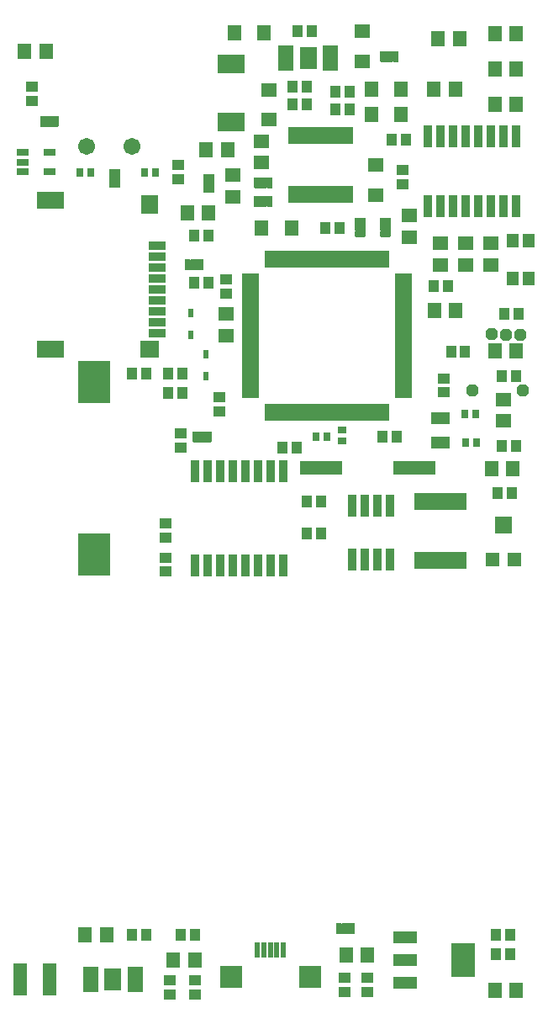
<source format=gbr>
%TF.GenerationSoftware,Altium Limited,Altium Designer,19.0.12 (326)*%
G04 Layer_Color=16711935*
%FSLAX26Y26*%
%MOIN*%
%TF.FileFunction,Soldermask,Bot*%
%TF.Part,Single*%
G01*
G75*
%TA.AperFunction,SMDPad,CuDef*%
%ADD86R,0.019811X0.067055*%
%ADD87R,0.067055X0.019811*%
%ADD88R,0.025716X0.067055*%
%ADD89R,0.039000X0.046000*%
%ADD90R,0.059181X0.055244*%
%ADD91R,0.061150X0.019811*%
%ADD92R,0.070992X0.086740*%
%ADD93R,0.053000X0.062000*%
%ADD94R,0.046000X0.039000*%
%ADD95R,0.027685X0.027685*%
%ADD96R,0.047370X0.031622*%
%ADD97R,0.028000X0.033000*%
%ADD98R,0.027685X0.027685*%
%ADD99R,0.055244X0.059181*%
%ADD100R,0.106425X0.074929*%
%ADD101R,0.106425X0.067055*%
%ADD102R,0.067055X0.074929*%
%ADD103R,0.074929X0.067055*%
%ADD104R,0.070992X0.035559*%
%ADD105R,0.062000X0.053000*%
%ADD106R,0.035559X0.086740*%
%ADD107R,0.023748X0.035559*%
%ADD108R,0.047370X0.055244*%
%ADD109R,0.033000X0.028000*%
%ADD110R,0.165480X0.055244*%
%ADD111R,0.074929X0.047370*%
%ADD112R,0.055244X0.055244*%
%ADD113R,0.070992X0.070992*%
%TA.AperFunction,ConnectorPad*%
%ADD114R,0.023748X0.063118*%
%TA.AperFunction,SMDPad,CuDef*%
%ADD115R,0.086740X0.086740*%
%ADD116R,0.055244X0.126110*%
%ADD117R,0.126110X0.165480*%
%ADD118R,0.092646X0.047370*%
%ADD119R,0.092646X0.137921*%
%TA.AperFunction,ViaPad*%
G04:AMPARAMS|DCode=120|XSize=47.37mil|YSize=47.37mil|CornerRadius=0mil|HoleSize=0mil|Usage=FLASHONLY|Rotation=0.000|XOffset=0mil|YOffset=0mil|HoleType=Round|Shape=Octagon|*
%AMOCTAGOND120*
4,1,8,0.023685,-0.011842,0.023685,0.011842,0.011843,0.023685,-0.011843,0.023685,-0.023685,0.011842,-0.023685,-0.011842,-0.011843,-0.023685,0.011843,-0.023685,0.023685,-0.011842,0.0*
%
%ADD120OCTAGOND120*%

%TA.AperFunction,ComponentPad*%
%ADD121C,0.067055*%
G36*
X1580641Y3802596D02*
X1581156Y3802494D01*
X1581652Y3802326D01*
X1582122Y3802094D01*
X1582558Y3801802D01*
X1582953Y3801457D01*
X1583298Y3801062D01*
X1583590Y3800626D01*
X1583822Y3800156D01*
X1583990Y3799660D01*
X1584092Y3799145D01*
X1584127Y3798622D01*
Y3763189D01*
X1584092Y3762666D01*
X1583990Y3762151D01*
X1583822Y3761655D01*
X1583590Y3761185D01*
X1583298Y3760749D01*
X1582953Y3760354D01*
X1582558Y3760009D01*
X1582122Y3759718D01*
X1581652Y3759485D01*
X1581156Y3759317D01*
X1580641Y3759215D01*
X1580118Y3759180D01*
X1564370D01*
X1563847Y3759215D01*
X1563333Y3759317D01*
X1562836Y3759485D01*
X1562366Y3759718D01*
X1561930Y3760009D01*
X1561536Y3760354D01*
X1561190Y3760749D01*
X1560899Y3761185D01*
X1560667Y3761655D01*
X1560498Y3762151D01*
X1560433Y3762478D01*
X1560368Y3762151D01*
X1560200Y3761655D01*
X1559968Y3761185D01*
X1559676Y3760749D01*
X1559331Y3760354D01*
X1558936Y3760009D01*
X1558500Y3759718D01*
X1558030Y3759485D01*
X1557534Y3759317D01*
X1557019Y3759215D01*
X1556496Y3759180D01*
X1513189D01*
X1512666Y3759215D01*
X1512151Y3759317D01*
X1511655Y3759485D01*
X1511185Y3759718D01*
X1510749Y3760009D01*
X1510354Y3760354D01*
X1510009Y3760749D01*
X1509717Y3761185D01*
X1509486Y3761655D01*
X1509317Y3762151D01*
X1509215Y3762666D01*
X1509180Y3763189D01*
Y3798622D01*
X1509215Y3799145D01*
X1509317Y3799660D01*
X1509486Y3800156D01*
X1509717Y3800626D01*
X1510009Y3801062D01*
X1510354Y3801457D01*
X1510749Y3801802D01*
X1511185Y3802094D01*
X1511655Y3802326D01*
X1512151Y3802494D01*
X1512666Y3802596D01*
X1513189Y3802631D01*
X1528937D01*
X1529460Y3802596D01*
X1529975Y3802494D01*
X1530471Y3802326D01*
X1530941Y3802094D01*
X1531377Y3801802D01*
X1531772Y3801457D01*
X1532117Y3801062D01*
X1532409Y3800626D01*
X1532640Y3800156D01*
X1532809Y3799660D01*
X1532874Y3799333D01*
X1532939Y3799660D01*
X1533108Y3800156D01*
X1533340Y3800626D01*
X1533631Y3801062D01*
X1533976Y3801457D01*
X1534371Y3801802D01*
X1534807Y3802094D01*
X1535277Y3802326D01*
X1535774Y3802494D01*
X1536288Y3802596D01*
X1536811Y3802631D01*
X1580118D01*
X1580641Y3802596D01*
D02*
G37*
G36*
X232334Y3545785D02*
X232849Y3545683D01*
X233345Y3545515D01*
X233815Y3545282D01*
X234251Y3544991D01*
X234645Y3544646D01*
X234991Y3544251D01*
X235282Y3543815D01*
X235514Y3543345D01*
X235683Y3542849D01*
X235785Y3542334D01*
X235820Y3541811D01*
Y3506378D01*
X235785Y3505855D01*
X235683Y3505340D01*
X235514Y3504844D01*
X235282Y3504374D01*
X234991Y3503938D01*
X234645Y3503543D01*
X234251Y3503198D01*
X233815Y3502906D01*
X233345Y3502674D01*
X232849Y3502506D01*
X232334Y3502404D01*
X231811Y3502369D01*
X216063D01*
X215540Y3502404D01*
X215025Y3502506D01*
X214529Y3502674D01*
X214059Y3502906D01*
X213623Y3503198D01*
X213228Y3503543D01*
X212883Y3503938D01*
X212591Y3504374D01*
X212359Y3504844D01*
X212191Y3505340D01*
X212126Y3505667D01*
X212061Y3505340D01*
X211893Y3504844D01*
X211661Y3504374D01*
X211369Y3503938D01*
X211024Y3503543D01*
X210629Y3503198D01*
X210193Y3502906D01*
X209723Y3502674D01*
X209226Y3502506D01*
X208712Y3502404D01*
X208189Y3502369D01*
X164882D01*
X164359Y3502404D01*
X163844Y3502506D01*
X163348Y3502674D01*
X162878Y3502906D01*
X162442Y3503198D01*
X162047Y3503543D01*
X161702Y3503938D01*
X161410Y3504374D01*
X161178Y3504844D01*
X161010Y3505340D01*
X160908Y3505855D01*
X160873Y3506378D01*
Y3541811D01*
X160908Y3542334D01*
X161010Y3542849D01*
X161178Y3543345D01*
X161410Y3543815D01*
X161702Y3544251D01*
X162047Y3544646D01*
X162442Y3544991D01*
X162878Y3545282D01*
X163348Y3545515D01*
X163844Y3545683D01*
X164359Y3545785D01*
X164882Y3545820D01*
X180630D01*
X181153Y3545785D01*
X181667Y3545683D01*
X182164Y3545515D01*
X182634Y3545282D01*
X183070Y3544991D01*
X183464Y3544646D01*
X183810Y3544251D01*
X184101Y3543815D01*
X184333Y3543345D01*
X184502Y3542849D01*
X184567Y3542522D01*
X184632Y3542849D01*
X184800Y3543345D01*
X185032Y3543815D01*
X185324Y3544251D01*
X185669Y3544646D01*
X186064Y3544991D01*
X186500Y3545282D01*
X186970Y3545515D01*
X187466Y3545683D01*
X187981Y3545785D01*
X188504Y3545820D01*
X231811D01*
X232334Y3545785D01*
D02*
G37*
G36*
X1080641Y3302596D02*
X1081156Y3302494D01*
X1081652Y3302326D01*
X1082122Y3302094D01*
X1082558Y3301802D01*
X1082953Y3301457D01*
X1083298Y3301062D01*
X1083590Y3300626D01*
X1083822Y3300156D01*
X1083990Y3299660D01*
X1084092Y3299145D01*
X1084127Y3298622D01*
Y3263189D01*
X1084092Y3262666D01*
X1083990Y3262151D01*
X1083822Y3261655D01*
X1083590Y3261185D01*
X1083298Y3260749D01*
X1082953Y3260354D01*
X1082558Y3260009D01*
X1082122Y3259718D01*
X1081652Y3259485D01*
X1081156Y3259317D01*
X1080641Y3259215D01*
X1080118Y3259180D01*
X1064370D01*
X1063847Y3259215D01*
X1063333Y3259317D01*
X1062836Y3259485D01*
X1062366Y3259718D01*
X1061930Y3260009D01*
X1061536Y3260354D01*
X1061190Y3260749D01*
X1060899Y3261185D01*
X1060667Y3261655D01*
X1060498Y3262151D01*
X1060433Y3262478D01*
X1060368Y3262151D01*
X1060200Y3261655D01*
X1059968Y3261185D01*
X1059676Y3260749D01*
X1059331Y3260354D01*
X1058936Y3260009D01*
X1058500Y3259718D01*
X1058030Y3259485D01*
X1057534Y3259317D01*
X1057019Y3259215D01*
X1056496Y3259180D01*
X1013189D01*
X1012666Y3259215D01*
X1012152Y3259317D01*
X1011655Y3259485D01*
X1011185Y3259718D01*
X1010749Y3260009D01*
X1010355Y3260354D01*
X1010009Y3260749D01*
X1009717Y3261185D01*
X1009486Y3261655D01*
X1009317Y3262151D01*
X1009215Y3262666D01*
X1009180Y3263189D01*
Y3298622D01*
X1009215Y3299145D01*
X1009317Y3299660D01*
X1009486Y3300156D01*
X1009717Y3300626D01*
X1010009Y3301062D01*
X1010355Y3301457D01*
X1010749Y3301802D01*
X1011185Y3302094D01*
X1011655Y3302326D01*
X1012152Y3302494D01*
X1012666Y3302596D01*
X1013189Y3302631D01*
X1028937D01*
X1029460Y3302596D01*
X1029975Y3302494D01*
X1030471Y3302326D01*
X1030941Y3302094D01*
X1031377Y3301802D01*
X1031772Y3301457D01*
X1032117Y3301062D01*
X1032409Y3300626D01*
X1032640Y3300156D01*
X1032809Y3299660D01*
X1032874Y3299333D01*
X1032939Y3299660D01*
X1033108Y3300156D01*
X1033340Y3300626D01*
X1033631Y3301062D01*
X1033976Y3301457D01*
X1034371Y3301802D01*
X1034807Y3302094D01*
X1035277Y3302326D01*
X1035774Y3302494D01*
X1036288Y3302596D01*
X1036811Y3302631D01*
X1080118D01*
X1080641Y3302596D01*
D02*
G37*
G36*
X476195Y3335784D02*
X476710Y3335682D01*
X477206Y3335514D01*
X477677Y3335282D01*
X478113Y3334990D01*
X478507Y3334645D01*
X478853Y3334250D01*
X479144Y3333814D01*
X479376Y3333344D01*
X479544Y3332848D01*
X479647Y3332333D01*
X479681Y3331810D01*
Y3316062D01*
X479647Y3315539D01*
X479544Y3315025D01*
X479376Y3314528D01*
X479144Y3314058D01*
X478853Y3313622D01*
X478507Y3313228D01*
X478113Y3312882D01*
X477677Y3312591D01*
X477206Y3312359D01*
X476710Y3312190D01*
X476383Y3312125D01*
X476710Y3312060D01*
X477206Y3311892D01*
X477677Y3311660D01*
X478113Y3311368D01*
X478507Y3311023D01*
X478853Y3310628D01*
X479144Y3310192D01*
X479376Y3309722D01*
X479544Y3309226D01*
X479647Y3308711D01*
X479681Y3308188D01*
Y3264881D01*
X479647Y3264358D01*
X479544Y3263843D01*
X479376Y3263347D01*
X479144Y3262877D01*
X478853Y3262441D01*
X478507Y3262046D01*
X478113Y3261701D01*
X477677Y3261410D01*
X477206Y3261177D01*
X476710Y3261009D01*
X476195Y3260907D01*
X475672Y3260872D01*
X440239D01*
X439716Y3260907D01*
X439202Y3261009D01*
X438705Y3261177D01*
X438235Y3261410D01*
X437799Y3261701D01*
X437405Y3262046D01*
X437059Y3262441D01*
X436768Y3262877D01*
X436536Y3263347D01*
X436367Y3263843D01*
X436265Y3264358D01*
X436231Y3264881D01*
Y3280629D01*
X436265Y3281152D01*
X436367Y3281666D01*
X436536Y3282163D01*
X436768Y3282633D01*
X437059Y3283069D01*
X437405Y3283463D01*
X437799Y3283809D01*
X438235Y3284101D01*
X438705Y3284332D01*
X439202Y3284501D01*
X439529Y3284566D01*
X439202Y3284631D01*
X438705Y3284800D01*
X438235Y3285032D01*
X437799Y3285323D01*
X437405Y3285669D01*
X437059Y3286063D01*
X436768Y3286499D01*
X436536Y3286969D01*
X436367Y3287465D01*
X436265Y3287980D01*
X436231Y3288503D01*
Y3331810D01*
X436265Y3332333D01*
X436367Y3332848D01*
X436536Y3333344D01*
X436768Y3333814D01*
X437059Y3334250D01*
X437405Y3334645D01*
X437799Y3334990D01*
X438235Y3335282D01*
X438705Y3335514D01*
X439202Y3335682D01*
X439716Y3335784D01*
X440239Y3335819D01*
X475672D01*
X476195Y3335784D01*
D02*
G37*
G36*
X849145Y3315785D02*
X849659Y3315683D01*
X850156Y3315515D01*
X850626Y3315282D01*
X851062Y3314991D01*
X851457Y3314646D01*
X851802Y3314251D01*
X852093Y3313815D01*
X852326Y3313345D01*
X852494Y3312849D01*
X852596Y3312334D01*
X852631Y3311811D01*
Y3296063D01*
X852596Y3295540D01*
X852494Y3295026D01*
X852326Y3294529D01*
X852093Y3294059D01*
X851802Y3293623D01*
X851457Y3293229D01*
X851062Y3292883D01*
X850626Y3292591D01*
X850156Y3292360D01*
X849659Y3292191D01*
X849333Y3292126D01*
X849659Y3292061D01*
X850156Y3291892D01*
X850626Y3291660D01*
X851062Y3291369D01*
X851457Y3291023D01*
X851802Y3290629D01*
X852093Y3290193D01*
X852326Y3289723D01*
X852494Y3289227D01*
X852596Y3288712D01*
X852631Y3288189D01*
Y3244882D01*
X852596Y3244359D01*
X852494Y3243844D01*
X852326Y3243348D01*
X852093Y3242878D01*
X851802Y3242442D01*
X851457Y3242047D01*
X851062Y3241702D01*
X850626Y3241410D01*
X850156Y3241178D01*
X849659Y3241010D01*
X849145Y3240908D01*
X848622Y3240873D01*
X813189D01*
X812666Y3240908D01*
X812151Y3241010D01*
X811655Y3241178D01*
X811185Y3241410D01*
X810749Y3241702D01*
X810354Y3242047D01*
X810009Y3242442D01*
X809717Y3242878D01*
X809485Y3243348D01*
X809317Y3243844D01*
X809215Y3244359D01*
X809180Y3244882D01*
Y3260630D01*
X809215Y3261153D01*
X809317Y3261667D01*
X809485Y3262164D01*
X809717Y3262634D01*
X810009Y3263070D01*
X810354Y3263464D01*
X810749Y3263810D01*
X811185Y3264101D01*
X811655Y3264333D01*
X812151Y3264502D01*
X812478Y3264567D01*
X812151Y3264632D01*
X811655Y3264800D01*
X811185Y3265032D01*
X810749Y3265324D01*
X810354Y3265669D01*
X810009Y3266064D01*
X809717Y3266500D01*
X809485Y3266970D01*
X809317Y3267466D01*
X809215Y3267981D01*
X809180Y3268504D01*
Y3311811D01*
X809215Y3312334D01*
X809317Y3312849D01*
X809485Y3313345D01*
X809717Y3313815D01*
X810009Y3314251D01*
X810354Y3314646D01*
X810749Y3314991D01*
X811185Y3315282D01*
X811655Y3315515D01*
X812151Y3315683D01*
X812666Y3315785D01*
X813189Y3315820D01*
X848622D01*
X849145Y3315785D01*
D02*
G37*
G36*
X1080642Y3227595D02*
X1081157Y3227493D01*
X1081653Y3227325D01*
X1082123Y3227093D01*
X1082559Y3226801D01*
X1082954Y3226456D01*
X1083299Y3226061D01*
X1083591Y3225625D01*
X1083822Y3225155D01*
X1083991Y3224659D01*
X1084093Y3224144D01*
X1084128Y3223621D01*
Y3188188D01*
X1084093Y3187665D01*
X1083991Y3187150D01*
X1083822Y3186654D01*
X1083591Y3186184D01*
X1083299Y3185748D01*
X1082954Y3185353D01*
X1082559Y3185008D01*
X1082123Y3184716D01*
X1081653Y3184484D01*
X1081157Y3184316D01*
X1080642Y3184214D01*
X1080119Y3184179D01*
X1064371D01*
X1063848Y3184214D01*
X1063333Y3184316D01*
X1062837Y3184484D01*
X1062367Y3184716D01*
X1061931Y3185008D01*
X1061536Y3185353D01*
X1061191Y3185748D01*
X1060899Y3186184D01*
X1060668Y3186654D01*
X1060499Y3187150D01*
X1060434Y3187477D01*
X1060369Y3187150D01*
X1060200Y3186654D01*
X1059968Y3186184D01*
X1059677Y3185748D01*
X1059332Y3185353D01*
X1058937Y3185008D01*
X1058501Y3184716D01*
X1058031Y3184484D01*
X1057534Y3184316D01*
X1057020Y3184214D01*
X1056497Y3184179D01*
X1013190D01*
X1012667Y3184214D01*
X1012152Y3184316D01*
X1011656Y3184484D01*
X1011186Y3184716D01*
X1010750Y3185008D01*
X1010355Y3185353D01*
X1010010Y3185748D01*
X1009718Y3186184D01*
X1009486Y3186654D01*
X1009318Y3187150D01*
X1009216Y3187665D01*
X1009181Y3188188D01*
Y3223621D01*
X1009216Y3224144D01*
X1009318Y3224659D01*
X1009486Y3225155D01*
X1009718Y3225625D01*
X1010010Y3226061D01*
X1010355Y3226456D01*
X1010750Y3226801D01*
X1011186Y3227093D01*
X1011656Y3227325D01*
X1012152Y3227493D01*
X1012667Y3227595D01*
X1013190Y3227630D01*
X1028938D01*
X1029461Y3227595D01*
X1029975Y3227493D01*
X1030472Y3227325D01*
X1030942Y3227093D01*
X1031378Y3226801D01*
X1031772Y3226456D01*
X1032118Y3226061D01*
X1032409Y3225625D01*
X1032641Y3225155D01*
X1032810Y3224659D01*
X1032875Y3224332D01*
X1032940Y3224659D01*
X1033108Y3225155D01*
X1033340Y3225625D01*
X1033632Y3226061D01*
X1033977Y3226456D01*
X1034372Y3226801D01*
X1034808Y3227093D01*
X1035278Y3227325D01*
X1035774Y3227493D01*
X1036289Y3227595D01*
X1036812Y3227630D01*
X1080119D01*
X1080642Y3227595D01*
D02*
G37*
G36*
X1549144Y3140784D02*
X1549659Y3140682D01*
X1550155Y3140514D01*
X1550625Y3140282D01*
X1551061Y3139990D01*
X1551456Y3139645D01*
X1551801Y3139250D01*
X1552092Y3138814D01*
X1552324Y3138344D01*
X1552493Y3137848D01*
X1552595Y3137333D01*
X1552630Y3136810D01*
Y3121062D01*
X1552595Y3120539D01*
X1552493Y3120025D01*
X1552324Y3119528D01*
X1552092Y3119058D01*
X1551801Y3118622D01*
X1551456Y3118228D01*
X1551061Y3117882D01*
X1550625Y3117591D01*
X1550155Y3117359D01*
X1549659Y3117190D01*
X1549332Y3117125D01*
X1549659Y3117060D01*
X1550155Y3116892D01*
X1550625Y3116660D01*
X1551061Y3116368D01*
X1551456Y3116023D01*
X1551801Y3115628D01*
X1552092Y3115192D01*
X1552324Y3114722D01*
X1552493Y3114226D01*
X1552595Y3113711D01*
X1552630Y3113188D01*
Y3069881D01*
X1552595Y3069358D01*
X1552493Y3068843D01*
X1552324Y3068347D01*
X1552092Y3067877D01*
X1551801Y3067441D01*
X1551456Y3067046D01*
X1551061Y3066701D01*
X1550625Y3066410D01*
X1550155Y3066177D01*
X1549659Y3066009D01*
X1549144Y3065907D01*
X1548621Y3065872D01*
X1513188D01*
X1512665Y3065907D01*
X1512150Y3066009D01*
X1511654Y3066177D01*
X1511184Y3066410D01*
X1510748Y3066701D01*
X1510353Y3067046D01*
X1510008Y3067441D01*
X1509716Y3067877D01*
X1509484Y3068347D01*
X1509316Y3068843D01*
X1509214Y3069358D01*
X1509179Y3069881D01*
Y3085629D01*
X1509214Y3086152D01*
X1509316Y3086666D01*
X1509484Y3087163D01*
X1509716Y3087633D01*
X1510008Y3088069D01*
X1510353Y3088463D01*
X1510748Y3088809D01*
X1511184Y3089101D01*
X1511654Y3089332D01*
X1512150Y3089501D01*
X1512477Y3089566D01*
X1512150Y3089631D01*
X1511654Y3089800D01*
X1511184Y3090032D01*
X1510748Y3090323D01*
X1510353Y3090669D01*
X1510008Y3091063D01*
X1509716Y3091499D01*
X1509484Y3091969D01*
X1509316Y3092465D01*
X1509214Y3092980D01*
X1509179Y3093503D01*
Y3136810D01*
X1509214Y3137333D01*
X1509316Y3137848D01*
X1509484Y3138344D01*
X1509716Y3138814D01*
X1510008Y3139250D01*
X1510353Y3139645D01*
X1510748Y3139990D01*
X1511184Y3140282D01*
X1511654Y3140514D01*
X1512150Y3140682D01*
X1512665Y3140784D01*
X1513188Y3140819D01*
X1548621D01*
X1549144Y3140784D01*
D02*
G37*
G36*
X1449144D02*
X1449659Y3140682D01*
X1450155Y3140514D01*
X1450625Y3140282D01*
X1451061Y3139990D01*
X1451456Y3139645D01*
X1451801Y3139250D01*
X1452092Y3138814D01*
X1452324Y3138344D01*
X1452493Y3137848D01*
X1452595Y3137333D01*
X1452630Y3136810D01*
Y3121062D01*
X1452595Y3120539D01*
X1452493Y3120025D01*
X1452324Y3119528D01*
X1452092Y3119058D01*
X1451801Y3118622D01*
X1451456Y3118228D01*
X1451061Y3117882D01*
X1450625Y3117591D01*
X1450155Y3117359D01*
X1449659Y3117190D01*
X1449332Y3117125D01*
X1449659Y3117060D01*
X1450155Y3116892D01*
X1450625Y3116660D01*
X1451061Y3116368D01*
X1451456Y3116023D01*
X1451801Y3115628D01*
X1452092Y3115192D01*
X1452324Y3114722D01*
X1452493Y3114226D01*
X1452595Y3113711D01*
X1452630Y3113188D01*
Y3069881D01*
X1452595Y3069358D01*
X1452493Y3068843D01*
X1452324Y3068347D01*
X1452092Y3067877D01*
X1451801Y3067441D01*
X1451456Y3067046D01*
X1451061Y3066701D01*
X1450625Y3066410D01*
X1450155Y3066177D01*
X1449659Y3066009D01*
X1449144Y3065907D01*
X1448621Y3065872D01*
X1413188D01*
X1412665Y3065907D01*
X1412150Y3066009D01*
X1411654Y3066177D01*
X1411184Y3066410D01*
X1410748Y3066701D01*
X1410353Y3067046D01*
X1410008Y3067441D01*
X1409716Y3067877D01*
X1409484Y3068347D01*
X1409316Y3068843D01*
X1409214Y3069358D01*
X1409179Y3069881D01*
Y3085629D01*
X1409214Y3086152D01*
X1409316Y3086666D01*
X1409484Y3087163D01*
X1409716Y3087633D01*
X1410008Y3088069D01*
X1410353Y3088463D01*
X1410748Y3088809D01*
X1411184Y3089101D01*
X1411654Y3089332D01*
X1412150Y3089501D01*
X1412477Y3089566D01*
X1412150Y3089631D01*
X1411654Y3089800D01*
X1411184Y3090032D01*
X1410748Y3090323D01*
X1410353Y3090669D01*
X1410008Y3091063D01*
X1409716Y3091499D01*
X1409484Y3091969D01*
X1409316Y3092465D01*
X1409214Y3092980D01*
X1409179Y3093503D01*
Y3136810D01*
X1409214Y3137333D01*
X1409316Y3137848D01*
X1409484Y3138344D01*
X1409716Y3138814D01*
X1410008Y3139250D01*
X1410353Y3139645D01*
X1410748Y3139990D01*
X1411184Y3140282D01*
X1411654Y3140514D01*
X1412150Y3140682D01*
X1412665Y3140784D01*
X1413188Y3140819D01*
X1448621D01*
X1449144Y3140784D01*
D02*
G37*
G36*
X805641Y2977675D02*
X806156Y2977573D01*
X806652Y2977404D01*
X807122Y2977172D01*
X807558Y2976881D01*
X807953Y2976535D01*
X808298Y2976141D01*
X808590Y2975705D01*
X808822Y2975235D01*
X808990Y2974738D01*
X809092Y2974224D01*
X809127Y2973701D01*
Y2938268D01*
X809092Y2937744D01*
X808990Y2937230D01*
X808822Y2936734D01*
X808590Y2936263D01*
X808298Y2935827D01*
X807953Y2935433D01*
X807558Y2935088D01*
X807122Y2934796D01*
X806652Y2934564D01*
X806156Y2934396D01*
X805641Y2934293D01*
X805118Y2934259D01*
X789370D01*
X788847Y2934293D01*
X788333Y2934396D01*
X787836Y2934564D01*
X787366Y2934796D01*
X786930Y2935088D01*
X786536Y2935433D01*
X786190Y2935827D01*
X785899Y2936263D01*
X785667Y2936734D01*
X785498Y2937230D01*
X785433Y2937557D01*
X785368Y2937230D01*
X785200Y2936734D01*
X784968Y2936263D01*
X784676Y2935827D01*
X784331Y2935433D01*
X783936Y2935088D01*
X783500Y2934796D01*
X783030Y2934564D01*
X782534Y2934396D01*
X782019Y2934293D01*
X781496Y2934259D01*
X738189D01*
X737666Y2934293D01*
X737152Y2934396D01*
X736655Y2934564D01*
X736185Y2934796D01*
X735749Y2935088D01*
X735355Y2935433D01*
X735009Y2935827D01*
X734717Y2936263D01*
X734486Y2936734D01*
X734317Y2937230D01*
X734215Y2937744D01*
X734180Y2938268D01*
Y2973701D01*
X734215Y2974224D01*
X734317Y2974738D01*
X734486Y2975235D01*
X734717Y2975705D01*
X735009Y2976141D01*
X735355Y2976535D01*
X735749Y2976881D01*
X736185Y2977172D01*
X736655Y2977404D01*
X737152Y2977573D01*
X737666Y2977675D01*
X738189Y2977709D01*
X753937D01*
X754460Y2977675D01*
X754975Y2977573D01*
X755471Y2977404D01*
X755941Y2977172D01*
X756377Y2976881D01*
X756771Y2976535D01*
X757117Y2976141D01*
X757409Y2975705D01*
X757640Y2975235D01*
X757809Y2974738D01*
X757874Y2974412D01*
X757939Y2974738D01*
X758107Y2975235D01*
X758340Y2975705D01*
X758631Y2976141D01*
X758976Y2976535D01*
X759371Y2976881D01*
X759807Y2977172D01*
X760277Y2977404D01*
X760774Y2977573D01*
X761288Y2977675D01*
X761811Y2977709D01*
X805118D01*
X805641Y2977675D01*
D02*
G37*
G36*
X838043Y2296022D02*
X838557Y2295919D01*
X839054Y2295751D01*
X839524Y2295519D01*
X839960Y2295227D01*
X840354Y2294882D01*
X840700Y2294488D01*
X840991Y2294052D01*
X841223Y2293581D01*
X841392Y2293085D01*
X841494Y2292570D01*
X841528Y2292047D01*
Y2256614D01*
X841494Y2256091D01*
X841392Y2255577D01*
X841223Y2255080D01*
X840991Y2254610D01*
X840700Y2254174D01*
X840354Y2253780D01*
X839960Y2253434D01*
X839524Y2253143D01*
X839054Y2252911D01*
X838557Y2252742D01*
X838043Y2252640D01*
X837520Y2252606D01*
X821772D01*
X821248Y2252640D01*
X820734Y2252742D01*
X820238Y2252911D01*
X819767Y2253143D01*
X819331Y2253434D01*
X818937Y2253780D01*
X818591Y2254174D01*
X818300Y2254610D01*
X818068Y2255080D01*
X817900Y2255577D01*
X817835Y2255903D01*
X817770Y2255577D01*
X817601Y2255080D01*
X817369Y2254610D01*
X817078Y2254174D01*
X816732Y2253780D01*
X816338Y2253434D01*
X815902Y2253143D01*
X815432Y2252911D01*
X814935Y2252742D01*
X814421Y2252640D01*
X813898Y2252606D01*
X770591D01*
X770067Y2252640D01*
X769553Y2252742D01*
X769057Y2252911D01*
X768586Y2253143D01*
X768150Y2253434D01*
X767756Y2253780D01*
X767410Y2254174D01*
X767119Y2254610D01*
X766887Y2255080D01*
X766718Y2255577D01*
X766616Y2256091D01*
X766582Y2256614D01*
Y2292047D01*
X766616Y2292570D01*
X766718Y2293085D01*
X766887Y2293581D01*
X767119Y2294052D01*
X767410Y2294488D01*
X767756Y2294882D01*
X768150Y2295227D01*
X768586Y2295519D01*
X769057Y2295751D01*
X769553Y2295919D01*
X770067Y2296022D01*
X770591Y2296056D01*
X786338D01*
X786862Y2296022D01*
X787376Y2295919D01*
X787872Y2295751D01*
X788343Y2295519D01*
X788779Y2295227D01*
X789173Y2294882D01*
X789519Y2294488D01*
X789810Y2294052D01*
X790042Y2293581D01*
X790211Y2293085D01*
X790275Y2292758D01*
X790341Y2293085D01*
X790509Y2293581D01*
X790741Y2294052D01*
X791032Y2294488D01*
X791378Y2294882D01*
X791772Y2295227D01*
X792208Y2295519D01*
X792678Y2295751D01*
X793175Y2295919D01*
X793689Y2296022D01*
X794212Y2296056D01*
X837520D01*
X838043Y2296022D01*
D02*
G37*
G36*
X1405641Y347596D02*
X1406156Y347494D01*
X1406652Y347326D01*
X1407122Y347094D01*
X1407558Y346802D01*
X1407953Y346457D01*
X1408298Y346062D01*
X1408590Y345626D01*
X1408822Y345156D01*
X1408990Y344660D01*
X1409092Y344145D01*
X1409127Y343622D01*
Y308189D01*
X1409092Y307666D01*
X1408990Y307151D01*
X1408822Y306655D01*
X1408590Y306185D01*
X1408298Y305749D01*
X1407953Y305354D01*
X1407558Y305009D01*
X1407122Y304717D01*
X1406652Y304486D01*
X1406156Y304317D01*
X1405641Y304215D01*
X1405118Y304180D01*
X1389370D01*
X1388847Y304215D01*
X1388333Y304317D01*
X1387836Y304486D01*
X1387366Y304717D01*
X1386930Y305009D01*
X1386536Y305354D01*
X1386190Y305749D01*
X1385899Y306185D01*
X1385667Y306655D01*
X1385498Y307151D01*
X1385433Y307478D01*
X1385368Y307151D01*
X1385200Y306655D01*
X1384968Y306185D01*
X1384676Y305749D01*
X1384331Y305354D01*
X1383936Y305009D01*
X1383500Y304717D01*
X1383030Y304486D01*
X1382534Y304317D01*
X1382019Y304215D01*
X1381496Y304180D01*
X1338189D01*
X1337666Y304215D01*
X1337151Y304317D01*
X1336655Y304486D01*
X1336185Y304717D01*
X1335749Y305009D01*
X1335354Y305354D01*
X1335009Y305749D01*
X1334717Y306185D01*
X1334486Y306655D01*
X1334317Y307151D01*
X1334215Y307666D01*
X1334180Y308189D01*
Y343622D01*
X1334215Y344145D01*
X1334317Y344660D01*
X1334486Y345156D01*
X1334717Y345626D01*
X1335009Y346062D01*
X1335354Y346457D01*
X1335749Y346802D01*
X1336185Y347094D01*
X1336655Y347326D01*
X1337151Y347494D01*
X1337666Y347596D01*
X1338189Y347631D01*
X1353937D01*
X1354460Y347596D01*
X1354975Y347494D01*
X1355471Y347326D01*
X1355941Y347094D01*
X1356377Y346802D01*
X1356772Y346457D01*
X1357117Y346062D01*
X1357409Y345626D01*
X1357640Y345156D01*
X1357809Y344660D01*
X1357874Y344333D01*
X1357939Y344660D01*
X1358108Y345156D01*
X1358340Y345626D01*
X1358631Y346062D01*
X1358976Y346457D01*
X1359371Y346802D01*
X1359807Y347094D01*
X1360277Y347326D01*
X1360774Y347494D01*
X1361288Y347596D01*
X1361811Y347631D01*
X1405118D01*
X1405641Y347596D01*
D02*
G37*
D86*
X1496850Y2371850D02*
D03*
X1516536D02*
D03*
X1536220D02*
D03*
X1477166D02*
D03*
X1457480D02*
D03*
X1437796D02*
D03*
X1418110D02*
D03*
X1398426D02*
D03*
X1378740D02*
D03*
X1359056D02*
D03*
X1339370D02*
D03*
X1319686D02*
D03*
X1300000D02*
D03*
X1280316D02*
D03*
X1260630D02*
D03*
X1240944D02*
D03*
X1221260D02*
D03*
X1201574D02*
D03*
X1181890D02*
D03*
X1162204D02*
D03*
X1142520D02*
D03*
X1122834D02*
D03*
X1103150D02*
D03*
X1083464D02*
D03*
X1063780D02*
D03*
X1496850Y2978150D02*
D03*
X1516536D02*
D03*
X1536220D02*
D03*
X1477166D02*
D03*
X1457480D02*
D03*
X1437796D02*
D03*
X1418110D02*
D03*
X1398426D02*
D03*
X1378740D02*
D03*
X1359056D02*
D03*
X1339370D02*
D03*
X1319686D02*
D03*
X1300000D02*
D03*
X1280316D02*
D03*
X1260630D02*
D03*
X1240944D02*
D03*
X1221260D02*
D03*
X1201574D02*
D03*
X1181890D02*
D03*
X1162204D02*
D03*
X1142520D02*
D03*
X1122834D02*
D03*
X1103150D02*
D03*
X1083464D02*
D03*
X1063780D02*
D03*
D87*
X1603150Y2438780D02*
D03*
Y2458464D02*
D03*
Y2478150D02*
D03*
Y2497834D02*
D03*
Y2517520D02*
D03*
Y2537204D02*
D03*
Y2556890D02*
D03*
Y2576574D02*
D03*
Y2596260D02*
D03*
Y2615944D02*
D03*
Y2635630D02*
D03*
Y2655316D02*
D03*
Y2675000D02*
D03*
Y2694686D02*
D03*
Y2714370D02*
D03*
Y2734056D02*
D03*
Y2753740D02*
D03*
Y2773426D02*
D03*
Y2793110D02*
D03*
Y2812796D02*
D03*
Y2832480D02*
D03*
Y2852166D02*
D03*
Y2871850D02*
D03*
Y2891536D02*
D03*
Y2911220D02*
D03*
X996850D02*
D03*
Y2891536D02*
D03*
Y2871850D02*
D03*
Y2852166D02*
D03*
Y2832480D02*
D03*
Y2812796D02*
D03*
Y2793110D02*
D03*
Y2773426D02*
D03*
Y2753740D02*
D03*
Y2734056D02*
D03*
Y2714370D02*
D03*
Y2694686D02*
D03*
Y2675000D02*
D03*
Y2655316D02*
D03*
Y2635630D02*
D03*
Y2615944D02*
D03*
Y2596260D02*
D03*
Y2576574D02*
D03*
Y2556890D02*
D03*
Y2537204D02*
D03*
Y2517520D02*
D03*
Y2497834D02*
D03*
Y2478150D02*
D03*
Y2458464D02*
D03*
Y2438780D02*
D03*
D88*
X1788386Y1783858D02*
D03*
X1813976D02*
D03*
X1839566D02*
D03*
X1762796D02*
D03*
X1737204D02*
D03*
X1711614D02*
D03*
X1686024D02*
D03*
X1660434D02*
D03*
X1788386Y2016142D02*
D03*
X1813976D02*
D03*
X1839566D02*
D03*
X1762796D02*
D03*
X1737204D02*
D03*
X1711614D02*
D03*
X1686024D02*
D03*
X1660434D02*
D03*
X1390158Y3233858D02*
D03*
X1364566D02*
D03*
X1338976D02*
D03*
X1313386D02*
D03*
X1287796D02*
D03*
X1262204D02*
D03*
X1236614D02*
D03*
X1211024D02*
D03*
X1185434D02*
D03*
X1159842D02*
D03*
X1287796Y3466142D02*
D03*
X1313386D02*
D03*
X1338976D02*
D03*
X1364566D02*
D03*
X1390158D02*
D03*
X1262204D02*
D03*
X1236614D02*
D03*
X1211024D02*
D03*
X1185434D02*
D03*
X1159842D02*
D03*
D89*
X525000Y300000D02*
D03*
X581000D02*
D03*
X719000D02*
D03*
X775000D02*
D03*
X1969000Y225000D02*
D03*
X2025000D02*
D03*
Y300000D02*
D03*
X1969000D02*
D03*
X1275000Y1890000D02*
D03*
X1219000D02*
D03*
Y2016142D02*
D03*
X1275000D02*
D03*
X1180000Y2230000D02*
D03*
X1124000D02*
D03*
X1519000Y2275000D02*
D03*
X1575000D02*
D03*
X1975000Y2050000D02*
D03*
X2031000D02*
D03*
X2050000Y2236418D02*
D03*
X1994000D02*
D03*
Y2514370D02*
D03*
X2050000D02*
D03*
X2060000Y2760000D02*
D03*
X2004000D02*
D03*
X1847000Y2610000D02*
D03*
X1791000D02*
D03*
X1780000Y2870000D02*
D03*
X1724000D02*
D03*
X1350000Y3100000D02*
D03*
X1294000D02*
D03*
X1612204Y3450000D02*
D03*
X1556204D02*
D03*
X1390000Y3570000D02*
D03*
Y3640316D02*
D03*
X1334000D02*
D03*
Y3570000D02*
D03*
X1220000Y3590000D02*
D03*
Y3660000D02*
D03*
X1164000D02*
D03*
Y3590000D02*
D03*
X1184000Y3880000D02*
D03*
X1240000D02*
D03*
X774000Y3070000D02*
D03*
Y2884056D02*
D03*
X830000D02*
D03*
Y3070000D02*
D03*
X525000Y2525000D02*
D03*
X669000Y2446850D02*
D03*
X725000D02*
D03*
Y2525000D02*
D03*
X669000D02*
D03*
X581000D02*
D03*
D90*
X1494094Y3231890D02*
D03*
Y3350000D02*
D03*
X1440000Y3761890D02*
D03*
Y3880000D02*
D03*
X1069684Y3648110D02*
D03*
Y3530000D02*
D03*
D91*
X362402Y85630D02*
D03*
Y105314D02*
D03*
Y125000D02*
D03*
Y144684D02*
D03*
Y164370D02*
D03*
X537598D02*
D03*
Y144684D02*
D03*
Y125000D02*
D03*
Y105314D02*
D03*
Y85630D02*
D03*
X1312598Y3735630D02*
D03*
Y3755314D02*
D03*
Y3775000D02*
D03*
Y3794684D02*
D03*
Y3814370D02*
D03*
X1137402D02*
D03*
Y3794684D02*
D03*
Y3775000D02*
D03*
Y3755314D02*
D03*
Y3735630D02*
D03*
D92*
X450000Y125000D02*
D03*
X1225000Y3775000D02*
D03*
D93*
X340000Y300000D02*
D03*
X425000D02*
D03*
X690000Y200000D02*
D03*
X775000D02*
D03*
X1375000Y220000D02*
D03*
X1460000D02*
D03*
X1965000Y79804D02*
D03*
X2050000D02*
D03*
X2037000Y2146850D02*
D03*
X1952000D02*
D03*
X2050000Y2612796D02*
D03*
X1965000D02*
D03*
X1810000Y2775000D02*
D03*
X1725000D02*
D03*
X905000Y3410000D02*
D03*
X820000D02*
D03*
X745000Y3160000D02*
D03*
X830000D02*
D03*
X185000Y3800000D02*
D03*
X100000D02*
D03*
X1724056Y3650000D02*
D03*
X1809056D02*
D03*
X1965000Y3590000D02*
D03*
X2050000D02*
D03*
Y3730000D02*
D03*
Y3870000D02*
D03*
X1965000D02*
D03*
Y3730000D02*
D03*
X1825000Y3850000D02*
D03*
X1740000D02*
D03*
D94*
X675000Y63844D02*
D03*
X775000D02*
D03*
Y119844D02*
D03*
X675000D02*
D03*
X1370000Y74000D02*
D03*
X1460000D02*
D03*
Y130000D02*
D03*
X1370000D02*
D03*
X660000Y1740000D02*
D03*
Y1796000D02*
D03*
Y1874000D02*
D03*
Y1930000D02*
D03*
X719000Y2232426D02*
D03*
X872402Y2375000D02*
D03*
Y2431000D02*
D03*
X719000Y2288426D02*
D03*
X900000Y2840158D02*
D03*
Y2896158D02*
D03*
X710000Y3294000D02*
D03*
Y3350000D02*
D03*
X130000Y3604000D02*
D03*
Y3660000D02*
D03*
X1600000Y3274000D02*
D03*
Y3330000D02*
D03*
X1762559Y2505922D02*
D03*
Y2449922D02*
D03*
D95*
X1350000Y320000D02*
D03*
X1393308Y331812D02*
D03*
X825708Y2280236D02*
D03*
X782402Y2268426D02*
D03*
X793308Y2961890D02*
D03*
X750000Y2950078D02*
D03*
X1025000Y3200000D02*
D03*
X1068308Y3211810D02*
D03*
X1025000Y3275000D02*
D03*
X1068308Y3286812D02*
D03*
X1525000Y3775000D02*
D03*
X1568308Y3786812D02*
D03*
X220000Y3530002D02*
D03*
X176692Y3518190D02*
D03*
D96*
X200000Y3325000D02*
D03*
Y3399804D02*
D03*
X93700D02*
D03*
Y3362402D02*
D03*
Y3325000D02*
D03*
D97*
X1891426Y2250000D02*
D03*
X1890000Y2363000D02*
D03*
X1847000D02*
D03*
X1848426Y2250000D02*
D03*
X1300000Y2275000D02*
D03*
X1257000D02*
D03*
X620000Y3320000D02*
D03*
X577000D02*
D03*
X363000D02*
D03*
X320000D02*
D03*
D98*
X1536810Y3081692D02*
D03*
X1525000Y3125000D02*
D03*
X1425000D02*
D03*
X1436810Y3081692D02*
D03*
X825000Y3300000D02*
D03*
X836812Y3256692D02*
D03*
X452052Y3320000D02*
D03*
X463862Y3276692D02*
D03*
D99*
X1158110Y3100000D02*
D03*
X1040000D02*
D03*
X1474410Y3550000D02*
D03*
Y3650000D02*
D03*
X1592520Y3550000D02*
D03*
Y3650000D02*
D03*
X1050000Y3875000D02*
D03*
X931890D02*
D03*
D100*
X920000Y3520000D02*
D03*
Y3752284D02*
D03*
D101*
X203740Y2620472D02*
D03*
Y3211024D02*
D03*
D102*
X597440Y3195276D02*
D03*
D103*
X597440Y2620472D02*
D03*
D104*
X625000Y2683464D02*
D03*
Y2726772D02*
D03*
Y2770078D02*
D03*
Y2813386D02*
D03*
Y2856692D02*
D03*
Y2900000D02*
D03*
Y2943306D02*
D03*
Y2986614D02*
D03*
Y3029920D02*
D03*
D105*
X2000000Y2336850D02*
D03*
Y2421850D02*
D03*
X1950000Y2955000D02*
D03*
Y3040000D02*
D03*
X1850000D02*
D03*
Y2955000D02*
D03*
X1750000Y3040000D02*
D03*
Y2955000D02*
D03*
X1625000Y3065000D02*
D03*
Y3150000D02*
D03*
X1040000Y3445000D02*
D03*
Y3360000D02*
D03*
X925000Y3310000D02*
D03*
Y3225000D02*
D03*
X900000Y2760000D02*
D03*
Y2675000D02*
D03*
D106*
X1125000Y1762992D02*
D03*
X1075000D02*
D03*
X1025000D02*
D03*
X975000D02*
D03*
X925000D02*
D03*
X875000D02*
D03*
X825000D02*
D03*
X775000D02*
D03*
X1125000Y2137008D02*
D03*
X1075000D02*
D03*
X1025000D02*
D03*
X975000D02*
D03*
X925000D02*
D03*
X875000D02*
D03*
X825000D02*
D03*
X775000D02*
D03*
X1400000Y1787402D02*
D03*
X1450000D02*
D03*
X1500000D02*
D03*
X1550000D02*
D03*
Y2000000D02*
D03*
X1500000D02*
D03*
X1450000D02*
D03*
X1400000D02*
D03*
X2000000Y3187204D02*
D03*
X2050000D02*
D03*
X1950000D02*
D03*
X1900000D02*
D03*
X1850000D02*
D03*
X1800000D02*
D03*
X1750000D02*
D03*
X1700000D02*
D03*
X1900000Y3462796D02*
D03*
X1950000D02*
D03*
X2000000D02*
D03*
X2050000D02*
D03*
X1850000D02*
D03*
X1800000D02*
D03*
X1750000D02*
D03*
X1700000D02*
D03*
D107*
X820000Y2513386D02*
D03*
Y2600000D02*
D03*
X760000Y2763308D02*
D03*
Y2676694D02*
D03*
D108*
X2100000Y2900394D02*
D03*
Y3050000D02*
D03*
X2037008D02*
D03*
Y2900394D02*
D03*
D109*
X1359056Y2258000D02*
D03*
Y2301000D02*
D03*
D110*
X1645078Y2150000D02*
D03*
X1275000D02*
D03*
D111*
X1750000Y2250000D02*
D03*
Y2348426D02*
D03*
D112*
X1956692Y1787204D02*
D03*
X2043308D02*
D03*
D113*
X2000000Y1925000D02*
D03*
D114*
X1023818Y241220D02*
D03*
X1049410D02*
D03*
X1075000D02*
D03*
X1100590D02*
D03*
X1126182D02*
D03*
D115*
X917520Y134922D02*
D03*
X1232480D02*
D03*
D116*
X81890Y125000D02*
D03*
X200000D02*
D03*
D117*
X375000Y1807480D02*
D03*
Y2492520D02*
D03*
D118*
X1609684Y110206D02*
D03*
Y200758D02*
D03*
Y291310D02*
D03*
D119*
X1840000Y200758D02*
D03*
D120*
X2075077Y2458971D02*
D03*
X2065000Y2677463D02*
D03*
X2009000Y2679000D02*
D03*
X1952000Y2682024D02*
D03*
X1875000Y2458464D02*
D03*
D121*
X524372Y3425000D02*
D03*
X347206D02*
D03*
%TF.MD5,a7be799f0fb54dbdd2727da0bb1f5451*%
M02*

</source>
